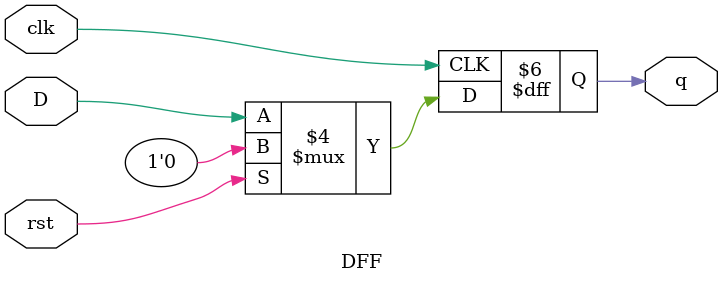
<source format=v>
`timescale 1ns / 10ps
module DFF(D,rst,clk,q);
  input D,rst,clk;
  output q;
  reg q;
  
  always @(posedge clk) begin
    if(rst==1) begin
      q<=0;
    end
    else begin
      q<=D;
    end
  end
endmodule
    

</source>
